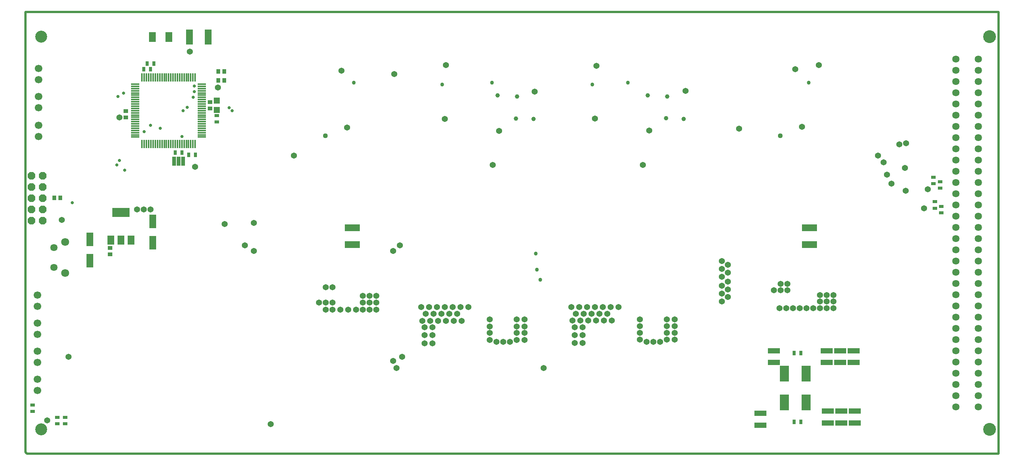
<source format=gbs>
%FSTAX23Y23*%
%MOIN*%
%SFA1B1*%

%IPPOS*%
%AMD123*
4,1,8,-0.033100,0.016500,-0.033100,-0.016500,-0.016500,-0.033100,0.016500,-0.033100,0.033100,-0.016500,0.033100,0.016500,0.016500,0.033100,-0.016500,0.033100,-0.033100,0.016500,0.0*
%
%ADD52C,0.019685*%
%ADD87R,0.031496X0.039370*%
%ADD88R,0.082677X0.141732*%
%ADD101R,0.035433X0.039370*%
%ADD107R,0.059842X0.122834*%
%ADD108R,0.106299X0.047244*%
%ADD109R,0.039370X0.035433*%
%ADD110R,0.133858X0.059055*%
%ADD111R,0.039370X0.031496*%
G04~CAMADD=123~4~0.0~0.0~661.4~661.4~0.0~165.4~0~0.0~0.0~0.0~0.0~0~0.0~0.0~0.0~0.0~0~0.0~0.0~0.0~90.0~662.0~662.0*
%ADD123D123*%
%ADD124C,0.106299*%
%ADD125C,0.066929*%
%ADD126C,0.114173*%
%ADD127C,0.064173*%
%ADD128C,0.070866*%
%ADD129C,0.053937*%
%ADD130C,0.029134*%
%ADD131C,0.044094*%
%ADD132C,0.033858*%
%ADD133C,0.039370*%
%ADD134R,0.153543X0.082677*%
%ADD135R,0.062992X0.082677*%
%ADD136O,0.074803X0.015748*%
%ADD137O,0.015748X0.074803*%
%ADD138R,0.063779X0.089764*%
%ADD139R,0.051968X0.051968*%
%ADD140R,0.031890X0.083071*%
%ADD141R,0.064960X0.133858*%
%LNlv1-1*%
%LPD*%
G54D52*
X09529Y00393D02*
Y0433D01*
X06809Y00393D02*
X09529D01*
X00879D02*
X06809D01*
X00866Y00407D02*
X00879Y00393D01*
X00866Y00407D02*
Y00409D01*
Y04329*
X00866Y0433D02*
X09529D01*
G54D87*
X07769Y00679D03*
X0771D03*
X07769Y0129D03*
X0771D03*
X0232Y03059D03*
X02379D03*
X022Y03079D03*
X02259D03*
X01979Y0382D03*
X0192D03*
X02009Y0387D03*
X0195D03*
G54D88*
X07623Y0085D03*
X07816D03*
Y01109D03*
X07623D03*
G54D101*
X01122Y02673D03*
X01177D03*
X02637Y038D03*
X02582D03*
X02637Y0372D03*
X02582D03*
G54D107*
X0144Y02305D03*
Y02115D03*
X02Y02464D03*
Y02275D03*
G54D108*
X07529Y01312D03*
Y01206D03*
X0812Y01312D03*
Y01206D03*
X0824Y01312D03*
Y01206D03*
X08Y01312D03*
Y01206D03*
X07409Y00753D03*
Y00646D03*
X08009Y00773D03*
Y00666D03*
X08129Y00773D03*
Y00666D03*
X08249Y00773D03*
Y00666D03*
G54D109*
X01759Y03392D03*
Y03447D03*
X0251Y03527D03*
Y03472D03*
X0162Y02227D03*
Y02172D03*
G54D110*
X03775Y02407D03*
Y02257D03*
X07845Y02407D03*
Y02257D03*
G54D111*
X0115Y0066D03*
Y00719D03*
X0122Y0066D03*
Y00719D03*
X00929Y0077D03*
Y00829D03*
X0902Y0254D03*
Y02599D03*
X08961Y02641D03*
Y02582D03*
X09009Y0276D03*
Y02819D03*
X0895Y02859D03*
Y028D03*
X0257Y0335D03*
Y03409D03*
G54D123*
X0102Y0247D03*
X0092D03*
X0102Y0257D03*
X0092D03*
X0102Y0267D03*
X0092D03*
Y0277D03*
X0102D03*
Y0287D03*
X0092D03*
G54D124*
X01006Y00612D03*
Y04111D03*
G54D125*
X00981Y03829D03*
Y03729D03*
Y0322D03*
Y0332D03*
Y03479D03*
Y03579D03*
X00971Y01709D03*
Y01809D03*
Y01459D03*
Y01559D03*
Y01209D03*
Y01309D03*
Y00959D03*
Y01059D03*
G54D126*
X0945Y00612D03*
Y04112D03*
G54D127*
X0915Y00812D03*
Y00912D03*
Y01012D03*
Y01112D03*
Y01212D03*
Y01312D03*
Y01412D03*
Y01512D03*
Y01612D03*
Y01712D03*
Y01812D03*
Y01912D03*
Y02012D03*
Y02112D03*
Y02212D03*
Y02312D03*
Y02412D03*
Y02512D03*
Y02612D03*
Y02712D03*
Y02812D03*
Y02912D03*
Y03012D03*
Y03112D03*
Y03212D03*
Y03312D03*
Y03412D03*
Y03512D03*
Y03612D03*
Y03712D03*
Y03812D03*
Y03912D03*
X0935Y00812D03*
Y00912D03*
Y01012D03*
Y01112D03*
Y01212D03*
Y01312D03*
Y01412D03*
Y01512D03*
Y01612D03*
Y01712D03*
Y01812D03*
Y01912D03*
Y02012D03*
Y02112D03*
Y02212D03*
Y02312D03*
Y02412D03*
Y02512D03*
Y02612D03*
Y02712D03*
Y02812D03*
Y02912D03*
Y03012D03*
Y03112D03*
Y03212D03*
Y03312D03*
Y03412D03*
Y03512D03*
Y03612D03*
Y03712D03*
Y03812D03*
Y03912D03*
X0112Y02231D03*
Y02054D03*
G54D128*
X01218Y02005D03*
Y02281D03*
G54D129*
X0712Y0179D03*
Y01859D03*
Y01929D03*
Y02009D03*
Y02079D03*
X01059Y0069D03*
X0264Y0244D03*
X029Y0245D03*
Y022D03*
X0282Y0225D03*
X0414Y022D03*
X042Y0225D03*
X01979Y0257D03*
X0192D03*
X07779Y03309D03*
X03729Y033D03*
X0772Y0382D03*
X03679Y03809D03*
X08645Y03152D03*
X08695Y02942D03*
X08455Y03052D03*
X08505Y02992D03*
X03255Y03052D03*
X07065Y01752D03*
Y01822D03*
Y01892D03*
Y01972D03*
Y02042D03*
Y02112D03*
X08535Y02882D03*
X08575Y02802D03*
X08705Y03162D03*
X08702Y02739D03*
X02579Y03659D03*
X01702Y03392D03*
X0119Y02479D03*
X02375Y0295D03*
X07929Y03859D03*
X02329Y03979D03*
X08867Y02582D03*
X08899Y0275D03*
X046Y03379D03*
X05083Y03272D03*
X05025Y02968D03*
X04809Y017D03*
X0474D03*
X0467D03*
X046D03*
X04529D03*
X04459D03*
X0439D03*
X04429Y0164D03*
X045D03*
X0457D03*
X0464D03*
X04709D03*
X044Y01579D03*
X0447D03*
X0454D03*
X04609D03*
X04679D03*
X0475D03*
X05Y0159D03*
Y01529D03*
Y0147D03*
Y01409D03*
X05059Y0139D03*
X0512D03*
X0524Y0159D03*
X05309D03*
X0524Y01529D03*
X05309D03*
Y0147D03*
X0524D03*
X05179Y0139D03*
X05309Y01409D03*
X0524D03*
X0449Y0152D03*
X0442D03*
X0449Y0145D03*
X0442D03*
X0449Y01379D03*
X0442D03*
X05755Y01381D03*
X05825D03*
X05755Y01451D03*
X05825D03*
X05755Y01521D03*
X05825D03*
X06575Y01411D03*
X06645D03*
X06515Y0139D03*
X06575Y01471D03*
X06645D03*
Y01531D03*
X06575D03*
X06645Y0159D03*
X06575D03*
X06455Y0139D03*
X06395D03*
X06335Y01411D03*
Y01471D03*
Y01531D03*
Y0159D03*
X06085Y01581D03*
X06015D03*
X05945D03*
X05875D03*
X05805D03*
X05735D03*
X06045Y0164D03*
X05975D03*
X05905D03*
X05835D03*
X05765D03*
X05725Y01701D03*
X05795D03*
X05865D03*
X05935D03*
X06005D03*
X06075D03*
X06145D03*
X06361Y02968D03*
X06418Y03273D03*
X06742Y03627D03*
X05935Y03381D03*
X077Y0169D03*
X0764D03*
X07529Y0185D03*
X0765D03*
Y01909D03*
X0417Y01159D03*
X0414Y0122D03*
X05479Y01159D03*
X0305Y00659D03*
X0422Y01259D03*
X0415Y03779D03*
X0595Y0385D03*
X04609Y03859D03*
X0722Y0329D03*
X0125Y01259D03*
X054Y0362D03*
X07759Y0169D03*
X0782D03*
X07879D03*
X0794D03*
X08D03*
X08059D03*
Y0175D03*
X08D03*
X0794D03*
Y01809D03*
X08D03*
X08059D03*
X07579Y0169D03*
X0759Y0185D03*
Y01909D03*
X0399Y01679D03*
X03929D03*
X0387D03*
Y0174D03*
Y018D03*
X03929Y0174D03*
Y018D03*
X0399D03*
Y0174D03*
X03809Y01679D03*
X0374D03*
X0367D03*
X036D03*
Y0174D03*
X0354D03*
X03479D03*
X0354Y01679D03*
X036Y01879D03*
X0354D03*
X01859Y0257D03*
G54D130*
X01979Y0332D03*
X02067Y03294D03*
X02305Y0348D03*
X02707Y03451D03*
X0175Y0292D03*
X01679Y02967D03*
X01702Y03007D03*
X01282Y0263D03*
X02359Y0357D03*
X02679Y03479D03*
X0227Y0345D03*
X0237Y0367D03*
Y0362D03*
X0169Y03579D03*
X01739Y03608D03*
X02259Y0322D03*
X01924Y03264D03*
G54D131*
X03535Y03229D03*
X07585D03*
G54D132*
X06228Y03701D03*
X05018D03*
X0379Y037D03*
X0784D03*
X0542Y02033D03*
X0545Y01943D03*
X04576Y03683D03*
X05911Y03684D03*
X05409Y02179D03*
G54D133*
X05244Y03577D03*
X05234Y03382D03*
X05389Y03377D03*
X05069Y03587D03*
X06405Y03588D03*
X06725Y03378D03*
X06569Y03383D03*
X06579Y03578D03*
G54D134*
X01716Y02544D03*
G54D135*
X01626Y02296D03*
X01716D03*
X01807D03*
G54D136*
X02437Y03688D03*
Y03668D03*
Y03649D03*
Y03629D03*
Y03609D03*
Y0359D03*
Y0357D03*
Y0355D03*
Y03531D03*
Y03511D03*
Y03491D03*
Y03472D03*
Y03452D03*
Y03432D03*
Y03412D03*
Y03393D03*
Y03373D03*
Y03353D03*
Y03334D03*
Y03314D03*
Y03294D03*
Y03275D03*
Y03255D03*
Y03235D03*
Y03216D03*
X01843D03*
Y03235D03*
Y03255D03*
Y03275D03*
Y03294D03*
Y03314D03*
Y03334D03*
Y03353D03*
Y03373D03*
Y03393D03*
Y03412D03*
Y03432D03*
Y03452D03*
Y03472D03*
Y03491D03*
Y03511D03*
Y03531D03*
Y0355D03*
Y0357D03*
Y0359D03*
Y03609D03*
Y03629D03*
Y03649D03*
Y03668D03*
Y03688D03*
G54D137*
X02376Y03155D03*
X02357D03*
X02337D03*
X02317D03*
X02298D03*
X02278D03*
X02258D03*
X02238D03*
X02219D03*
X02199D03*
X02179D03*
X0216D03*
X0214D03*
X0212D03*
X02101D03*
X02081D03*
X02061D03*
X02042D03*
X02022D03*
X02002D03*
X01983D03*
X01963D03*
X01943D03*
X01924D03*
X01904D03*
Y03749D03*
X01924D03*
X01943D03*
X01963D03*
X01983D03*
X02002D03*
X02022D03*
X02042D03*
X02061D03*
X02081D03*
X02101D03*
X0212D03*
X0214D03*
X0216D03*
X02179D03*
X02199D03*
X02219D03*
X02238D03*
X02258D03*
X02278D03*
X02298D03*
X02317D03*
X02337D03*
X02357D03*
X02376D03*
G54D138*
X01997Y04109D03*
X02142D03*
G54D139*
X0257Y03458D03*
Y03542D03*
G54D140*
X02269Y03D03*
X02229D03*
X0219D03*
G54D141*
X02492Y04109D03*
X02327D03*
M02*
</source>
